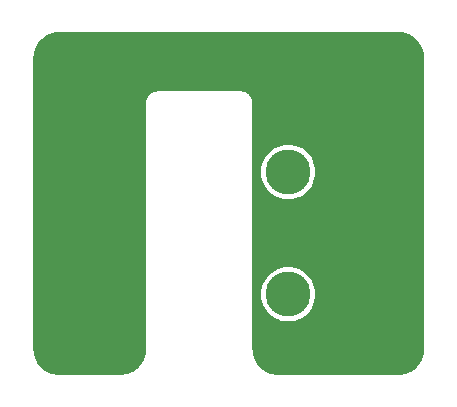
<source format=gbr>
%TF.GenerationSoftware,KiCad,Pcbnew,7.0.5*%
%TF.CreationDate,2024-03-22T16:24:41+08:00*%
%TF.ProjectId,wheel,77686565-6c2e-46b6-9963-61645f706362,rev?*%
%TF.SameCoordinates,Original*%
%TF.FileFunction,Copper,L2,Bot*%
%TF.FilePolarity,Positive*%
%FSLAX46Y46*%
G04 Gerber Fmt 4.6, Leading zero omitted, Abs format (unit mm)*
G04 Created by KiCad (PCBNEW 7.0.5) date 2024-03-22 16:24:41*
%MOMM*%
%LPD*%
G01*
G04 APERTURE LIST*
%TA.AperFunction,WasherPad*%
%ADD10C,3.800000*%
%TD*%
G04 APERTURE END LIST*
D10*
%TO.P,RE1,*%
%TO.N,*%
X170395000Y-98070000D03*
X170395000Y-87720000D03*
%TD*%
%TA.AperFunction,NonConductor*%
G36*
X179721867Y-75845613D02*
G01*
X179728349Y-75846005D01*
X179818958Y-75851485D01*
X179988683Y-75862610D01*
X179995780Y-75863490D01*
X180119257Y-75886118D01*
X180260854Y-75914284D01*
X180267142Y-75915884D01*
X180391388Y-75954601D01*
X180392735Y-75955039D01*
X180524294Y-75999698D01*
X180529813Y-76001871D01*
X180545164Y-76008779D01*
X180650305Y-76056099D01*
X180652132Y-76056960D01*
X180774955Y-76117530D01*
X180779602Y-76120074D01*
X180893450Y-76188898D01*
X180895805Y-76190395D01*
X180957015Y-76231295D01*
X181008818Y-76265909D01*
X181012606Y-76268651D01*
X181117710Y-76350995D01*
X181120353Y-76353187D01*
X181222227Y-76442528D01*
X181225189Y-76445302D01*
X181319696Y-76539809D01*
X181322470Y-76542771D01*
X181411811Y-76644645D01*
X181414003Y-76647288D01*
X181496343Y-76752387D01*
X181499089Y-76756180D01*
X181574593Y-76869178D01*
X181576100Y-76871548D01*
X181644921Y-76985391D01*
X181647470Y-76990047D01*
X181682056Y-77060179D01*
X181708015Y-77112818D01*
X181708923Y-77114745D01*
X181720396Y-77140236D01*
X181763127Y-77235185D01*
X181765300Y-77240704D01*
X181809937Y-77372198D01*
X181810420Y-77373682D01*
X181849107Y-77497831D01*
X181850722Y-77504177D01*
X181878885Y-77645767D01*
X181901507Y-77769214D01*
X181902391Y-77776340D01*
X181913504Y-77945896D01*
X181919387Y-78043131D01*
X181919500Y-78046877D01*
X181919500Y-102693122D01*
X181919387Y-102696868D01*
X181913504Y-102794102D01*
X181902391Y-102963658D01*
X181901507Y-102970784D01*
X181878885Y-103094231D01*
X181850722Y-103235821D01*
X181849105Y-103242176D01*
X181810420Y-103366316D01*
X181809937Y-103367800D01*
X181765300Y-103499294D01*
X181763127Y-103504813D01*
X181708935Y-103625228D01*
X181708003Y-103627205D01*
X181647470Y-103749951D01*
X181644921Y-103754607D01*
X181576100Y-103868450D01*
X181574593Y-103870820D01*
X181499089Y-103983818D01*
X181496343Y-103987611D01*
X181414003Y-104092710D01*
X181411811Y-104095353D01*
X181322470Y-104197227D01*
X181319696Y-104200189D01*
X181225189Y-104294696D01*
X181222227Y-104297470D01*
X181120353Y-104386811D01*
X181117710Y-104389003D01*
X181012611Y-104471343D01*
X181008818Y-104474089D01*
X180895820Y-104549593D01*
X180893450Y-104551100D01*
X180779607Y-104619921D01*
X180774951Y-104622470D01*
X180652205Y-104683003D01*
X180650228Y-104683935D01*
X180529813Y-104738127D01*
X180524294Y-104740300D01*
X180392800Y-104784937D01*
X180391316Y-104785420D01*
X180267176Y-104824105D01*
X180260821Y-104825722D01*
X180119231Y-104853885D01*
X179995784Y-104876507D01*
X179988658Y-104877391D01*
X179819102Y-104888504D01*
X179721868Y-104894387D01*
X179718122Y-104894500D01*
X169571878Y-104894500D01*
X169568133Y-104894387D01*
X169470896Y-104888504D01*
X169301340Y-104877391D01*
X169294214Y-104876507D01*
X169170767Y-104853885D01*
X169063618Y-104832572D01*
X169029172Y-104825720D01*
X169022831Y-104824107D01*
X168944516Y-104799703D01*
X168898682Y-104785420D01*
X168897198Y-104784937D01*
X168765704Y-104740300D01*
X168760185Y-104738127D01*
X168673604Y-104699161D01*
X168639745Y-104683923D01*
X168637818Y-104683015D01*
X168585179Y-104657056D01*
X168515047Y-104622470D01*
X168510391Y-104619921D01*
X168396548Y-104551100D01*
X168394178Y-104549593D01*
X168281180Y-104474089D01*
X168277387Y-104471343D01*
X168172288Y-104389003D01*
X168169645Y-104386811D01*
X168067771Y-104297470D01*
X168064809Y-104294696D01*
X167970302Y-104200189D01*
X167967528Y-104197227D01*
X167878187Y-104095353D01*
X167875995Y-104092710D01*
X167793655Y-103987611D01*
X167790909Y-103983818D01*
X167715405Y-103870820D01*
X167713898Y-103868450D01*
X167645077Y-103754607D01*
X167642528Y-103749951D01*
X167581960Y-103627132D01*
X167581099Y-103625305D01*
X167526871Y-103504813D01*
X167524698Y-103499294D01*
X167480039Y-103367735D01*
X167479601Y-103366388D01*
X167440884Y-103242142D01*
X167439284Y-103235854D01*
X167411113Y-103094231D01*
X167388490Y-102970780D01*
X167387610Y-102963683D01*
X167376485Y-102793958D01*
X167370613Y-102696866D01*
X167370500Y-102693123D01*
X167370500Y-98070000D01*
X168089564Y-98070000D01*
X168109287Y-98370918D01*
X168109288Y-98370930D01*
X168168118Y-98666683D01*
X168168122Y-98666698D01*
X168265053Y-98952247D01*
X168265062Y-98952268D01*
X168398431Y-99222713D01*
X168398435Y-99222720D01*
X168565973Y-99473459D01*
X168764810Y-99700189D01*
X168991540Y-99899026D01*
X169242279Y-100066564D01*
X169242286Y-100066568D01*
X169512731Y-100199937D01*
X169512736Y-100199939D01*
X169512748Y-100199945D01*
X169798309Y-100296880D01*
X169998251Y-100336651D01*
X170094069Y-100355711D01*
X170094070Y-100355711D01*
X170094080Y-100355713D01*
X170395000Y-100375436D01*
X170695920Y-100355713D01*
X170991691Y-100296880D01*
X171277252Y-100199945D01*
X171547718Y-100066566D01*
X171798461Y-99899025D01*
X172025189Y-99700189D01*
X172224025Y-99473461D01*
X172391566Y-99222718D01*
X172524945Y-98952252D01*
X172621880Y-98666691D01*
X172680713Y-98370920D01*
X172700436Y-98070000D01*
X172680713Y-97769080D01*
X172621880Y-97473309D01*
X172524945Y-97187748D01*
X172391566Y-96917282D01*
X172224025Y-96666539D01*
X172025189Y-96439810D01*
X171798459Y-96240973D01*
X171547720Y-96073435D01*
X171547713Y-96073431D01*
X171277268Y-95940062D01*
X171277247Y-95940053D01*
X170991698Y-95843122D01*
X170991692Y-95843120D01*
X170991691Y-95843120D01*
X170991689Y-95843119D01*
X170991683Y-95843118D01*
X170695930Y-95784288D01*
X170695921Y-95784287D01*
X170695920Y-95784287D01*
X170395000Y-95764564D01*
X170094080Y-95784287D01*
X170094079Y-95784287D01*
X170094069Y-95784288D01*
X169798316Y-95843118D01*
X169798301Y-95843122D01*
X169512752Y-95940053D01*
X169512731Y-95940062D01*
X169242286Y-96073431D01*
X169242279Y-96073435D01*
X168991540Y-96240973D01*
X168764810Y-96439810D01*
X168565973Y-96666540D01*
X168398435Y-96917279D01*
X168398431Y-96917286D01*
X168265062Y-97187731D01*
X168265053Y-97187752D01*
X168168122Y-97473301D01*
X168168118Y-97473316D01*
X168109288Y-97769069D01*
X168109287Y-97769081D01*
X168089564Y-98070000D01*
X167370500Y-98070000D01*
X167370500Y-87719999D01*
X168089564Y-87719999D01*
X168109287Y-88020918D01*
X168109288Y-88020930D01*
X168168118Y-88316683D01*
X168168122Y-88316698D01*
X168265053Y-88602247D01*
X168265062Y-88602268D01*
X168398431Y-88872713D01*
X168398435Y-88872720D01*
X168565973Y-89123459D01*
X168764810Y-89350189D01*
X168991540Y-89549026D01*
X169242279Y-89716564D01*
X169242286Y-89716568D01*
X169512731Y-89849937D01*
X169512736Y-89849939D01*
X169512748Y-89849945D01*
X169798309Y-89946880D01*
X169998251Y-89986651D01*
X170094069Y-90005711D01*
X170094070Y-90005711D01*
X170094080Y-90005713D01*
X170395000Y-90025436D01*
X170695920Y-90005713D01*
X170991691Y-89946880D01*
X171277252Y-89849945D01*
X171547718Y-89716566D01*
X171798461Y-89549025D01*
X172025189Y-89350189D01*
X172224025Y-89123461D01*
X172391566Y-88872718D01*
X172524945Y-88602252D01*
X172621880Y-88316691D01*
X172680713Y-88020920D01*
X172700436Y-87720000D01*
X172680713Y-87419080D01*
X172621880Y-87123309D01*
X172524945Y-86837748D01*
X172391566Y-86567282D01*
X172224025Y-86316539D01*
X172025189Y-86089810D01*
X171798459Y-85890973D01*
X171547720Y-85723435D01*
X171547713Y-85723431D01*
X171277268Y-85590062D01*
X171277247Y-85590053D01*
X170991698Y-85493122D01*
X170991692Y-85493120D01*
X170991691Y-85493120D01*
X170991689Y-85493119D01*
X170991683Y-85493118D01*
X170695930Y-85434288D01*
X170695921Y-85434287D01*
X170695920Y-85434287D01*
X170395000Y-85414564D01*
X170094080Y-85434287D01*
X170094079Y-85434287D01*
X170094069Y-85434288D01*
X169798316Y-85493118D01*
X169798301Y-85493122D01*
X169512752Y-85590053D01*
X169512731Y-85590062D01*
X169242286Y-85723431D01*
X169242279Y-85723435D01*
X168991540Y-85890973D01*
X168764810Y-86089810D01*
X168565973Y-86316540D01*
X168398435Y-86567279D01*
X168398431Y-86567286D01*
X168265062Y-86837731D01*
X168265053Y-86837752D01*
X168168122Y-87123301D01*
X168168118Y-87123316D01*
X168109288Y-87419069D01*
X168109287Y-87419081D01*
X168089564Y-87719999D01*
X167370500Y-87719999D01*
X167370500Y-81962095D01*
X167375073Y-81946520D01*
X167370799Y-81903120D01*
X167370500Y-81897040D01*
X167370500Y-81807472D01*
X167370500Y-81807468D01*
X167359371Y-81744352D01*
X167360687Y-81732552D01*
X167353657Y-81709379D01*
X167351928Y-81702140D01*
X167351926Y-81702131D01*
X167340101Y-81635062D01*
X167311836Y-81557407D01*
X167311007Y-81544359D01*
X167302874Y-81529143D01*
X167295709Y-81513098D01*
X167295707Y-81513092D01*
X167280225Y-81470555D01*
X167280222Y-81470550D01*
X167280221Y-81470547D01*
X167231421Y-81386025D01*
X167227942Y-81371688D01*
X167218206Y-81359824D01*
X167206675Y-81343163D01*
X167192692Y-81318945D01*
X167189586Y-81314509D01*
X167189961Y-81314245D01*
X167180627Y-81300438D01*
X167178745Y-81296918D01*
X167160297Y-81280337D01*
X167121085Y-81233606D01*
X167114513Y-81218590D01*
X167104070Y-81210020D01*
X167087744Y-81193872D01*
X167080163Y-81184837D01*
X167071125Y-81177253D01*
X167054977Y-81160928D01*
X167050853Y-81155903D01*
X167031393Y-81143914D01*
X166984661Y-81104702D01*
X166974762Y-81089824D01*
X166964560Y-81084371D01*
X166950754Y-81075038D01*
X166950491Y-81075414D01*
X166946057Y-81072310D01*
X166946055Y-81072308D01*
X166934174Y-81065448D01*
X166921838Y-81058326D01*
X166905173Y-81046792D01*
X166898232Y-81041096D01*
X166878974Y-81033578D01*
X166794449Y-80984777D01*
X166794448Y-80984776D01*
X166786230Y-80981785D01*
X166751900Y-80969289D01*
X166735862Y-80962128D01*
X166725669Y-80956679D01*
X166707592Y-80953162D01*
X166629940Y-80924899D01*
X166562866Y-80913072D01*
X166555629Y-80911343D01*
X166537463Y-80905832D01*
X166520646Y-80905628D01*
X166457536Y-80894500D01*
X166457532Y-80894500D01*
X166370099Y-80894500D01*
X166367968Y-80894500D01*
X166361888Y-80894201D01*
X166325701Y-80890637D01*
X166302903Y-80894500D01*
X159437096Y-80894500D01*
X159421519Y-80889926D01*
X159378111Y-80894201D01*
X159372031Y-80894500D01*
X159282463Y-80894500D01*
X159219352Y-80905628D01*
X159207550Y-80904311D01*
X159184368Y-80911344D01*
X159177131Y-80913073D01*
X159110062Y-80924898D01*
X159032407Y-80953163D01*
X159019355Y-80953992D01*
X159004133Y-80962129D01*
X158988092Y-80969292D01*
X158945558Y-80984773D01*
X158945550Y-80984777D01*
X158861024Y-81033579D01*
X158846686Y-81037057D01*
X158834818Y-81046797D01*
X158818158Y-81058327D01*
X158793949Y-81072304D01*
X158789509Y-81075414D01*
X158789246Y-81075039D01*
X158775444Y-81084368D01*
X158771918Y-81086252D01*
X158755339Y-81104700D01*
X158708606Y-81143914D01*
X158693590Y-81150485D01*
X158685017Y-81160932D01*
X158668874Y-81177253D01*
X158659836Y-81184836D01*
X158652253Y-81193874D01*
X158635932Y-81210017D01*
X158630904Y-81214143D01*
X158618914Y-81233606D01*
X158579700Y-81280339D01*
X158564824Y-81290235D01*
X158559368Y-81300444D01*
X158550039Y-81314246D01*
X158550414Y-81314509D01*
X158547304Y-81318949D01*
X158533327Y-81343158D01*
X158521797Y-81359818D01*
X158516096Y-81366763D01*
X158508579Y-81386024D01*
X158459777Y-81470550D01*
X158459773Y-81470558D01*
X158444292Y-81513092D01*
X158437129Y-81529133D01*
X158431678Y-81539329D01*
X158428163Y-81557407D01*
X158399898Y-81635062D01*
X158388073Y-81702131D01*
X158386344Y-81709368D01*
X158380831Y-81727541D01*
X158380628Y-81744352D01*
X158369500Y-81807463D01*
X158369500Y-81897026D01*
X158369201Y-81903106D01*
X158365636Y-81939300D01*
X158369500Y-81962101D01*
X158369500Y-102693122D01*
X158369387Y-102696868D01*
X158363504Y-102794102D01*
X158352391Y-102963658D01*
X158351507Y-102970784D01*
X158328885Y-103094231D01*
X158300722Y-103235821D01*
X158299105Y-103242176D01*
X158260420Y-103366316D01*
X158259937Y-103367800D01*
X158215300Y-103499294D01*
X158213127Y-103504813D01*
X158158935Y-103625228D01*
X158158003Y-103627205D01*
X158097470Y-103749951D01*
X158094921Y-103754607D01*
X158026100Y-103868450D01*
X158024593Y-103870820D01*
X157949089Y-103983818D01*
X157946343Y-103987611D01*
X157864003Y-104092710D01*
X157861811Y-104095353D01*
X157772470Y-104197227D01*
X157769696Y-104200189D01*
X157675189Y-104294696D01*
X157672227Y-104297470D01*
X157570353Y-104386811D01*
X157567710Y-104389003D01*
X157462611Y-104471343D01*
X157458818Y-104474089D01*
X157345820Y-104549593D01*
X157343450Y-104551100D01*
X157229607Y-104619921D01*
X157224951Y-104622470D01*
X157102205Y-104683003D01*
X157100228Y-104683935D01*
X156979813Y-104738127D01*
X156974294Y-104740300D01*
X156842800Y-104784937D01*
X156841316Y-104785420D01*
X156717176Y-104824105D01*
X156710821Y-104825722D01*
X156569231Y-104853885D01*
X156445784Y-104876507D01*
X156438658Y-104877391D01*
X156269102Y-104888504D01*
X156171868Y-104894387D01*
X156168122Y-104894500D01*
X151021878Y-104894500D01*
X151018133Y-104894387D01*
X150920896Y-104888504D01*
X150751340Y-104877391D01*
X150744214Y-104876507D01*
X150620767Y-104853885D01*
X150513618Y-104832572D01*
X150479172Y-104825720D01*
X150472831Y-104824107D01*
X150394516Y-104799703D01*
X150348682Y-104785420D01*
X150347198Y-104784937D01*
X150215704Y-104740300D01*
X150210185Y-104738127D01*
X150123604Y-104699161D01*
X150089745Y-104683923D01*
X150087818Y-104683015D01*
X150035179Y-104657056D01*
X149965047Y-104622470D01*
X149960391Y-104619921D01*
X149846548Y-104551100D01*
X149844178Y-104549593D01*
X149731180Y-104474089D01*
X149727387Y-104471343D01*
X149622288Y-104389003D01*
X149619645Y-104386811D01*
X149517771Y-104297470D01*
X149514809Y-104294696D01*
X149420302Y-104200189D01*
X149417528Y-104197227D01*
X149328187Y-104095353D01*
X149325995Y-104092710D01*
X149243655Y-103987611D01*
X149240909Y-103983818D01*
X149165405Y-103870820D01*
X149163898Y-103868450D01*
X149095077Y-103754607D01*
X149092528Y-103749951D01*
X149031960Y-103627132D01*
X149031099Y-103625305D01*
X148976871Y-103504813D01*
X148974698Y-103499294D01*
X148930039Y-103367735D01*
X148929601Y-103366388D01*
X148890884Y-103242142D01*
X148889284Y-103235854D01*
X148861113Y-103094231D01*
X148838490Y-102970780D01*
X148837610Y-102963683D01*
X148826485Y-102793958D01*
X148820613Y-102696866D01*
X148820500Y-102693123D01*
X148820500Y-78046876D01*
X148820613Y-78043133D01*
X148820855Y-78039126D01*
X148826495Y-77945896D01*
X148837610Y-77776312D01*
X148838489Y-77769223D01*
X148861113Y-77645766D01*
X148889286Y-77504136D01*
X148890881Y-77497866D01*
X148929615Y-77373566D01*
X148930024Y-77372311D01*
X148974703Y-77240689D01*
X148976866Y-77235196D01*
X149031119Y-77114649D01*
X149031939Y-77112910D01*
X149092540Y-76990023D01*
X149095062Y-76985416D01*
X149163927Y-76871501D01*
X149165369Y-76869234D01*
X149240921Y-76756163D01*
X149243632Y-76752417D01*
X149326027Y-76647248D01*
X149328160Y-76644677D01*
X149417549Y-76542748D01*
X149420272Y-76539840D01*
X149514840Y-76445272D01*
X149517748Y-76442549D01*
X149619677Y-76353160D01*
X149622248Y-76351027D01*
X149727417Y-76268632D01*
X149731163Y-76265921D01*
X149844234Y-76190369D01*
X149846501Y-76188927D01*
X149960416Y-76120062D01*
X149965023Y-76117540D01*
X150087910Y-76056939D01*
X150089649Y-76056119D01*
X150210196Y-76001866D01*
X150215689Y-75999703D01*
X150347311Y-75955024D01*
X150348566Y-75954615D01*
X150472866Y-75915881D01*
X150479136Y-75914286D01*
X150620766Y-75886113D01*
X150744223Y-75863489D01*
X150751312Y-75862610D01*
X150920944Y-75851491D01*
X151014126Y-75845855D01*
X151018133Y-75845613D01*
X151021876Y-75845500D01*
X179718124Y-75845500D01*
X179721867Y-75845613D01*
G37*
%TD.AperFunction*%
M02*

</source>
